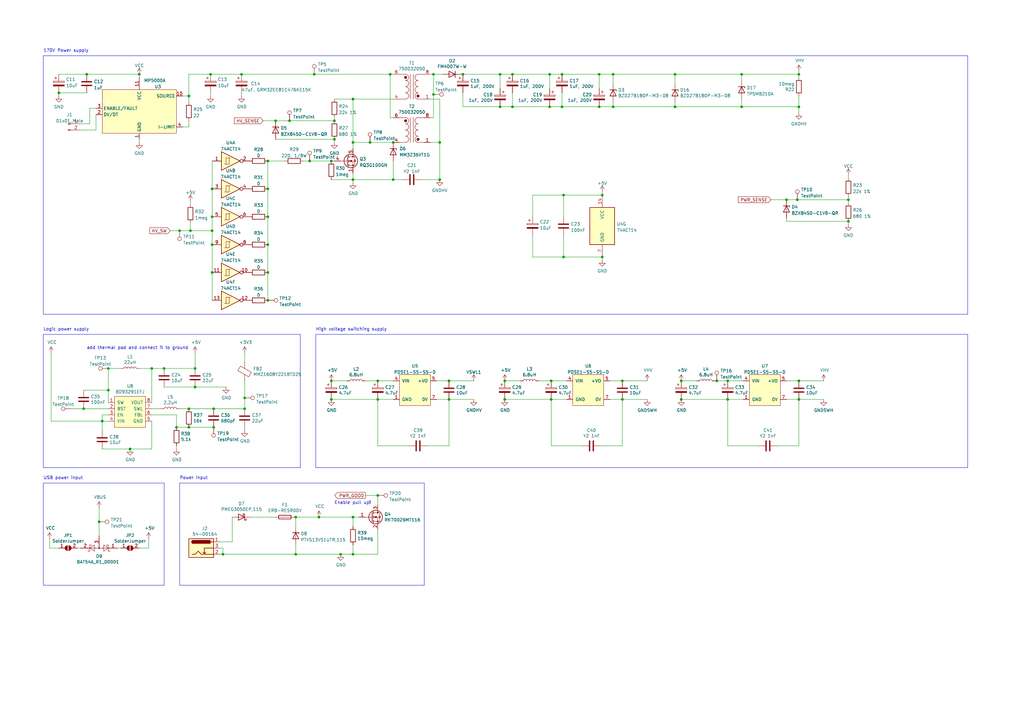
<source format=kicad_sch>
(kicad_sch (version 20230121) (generator eeschema)
  (paper "A3")
  (title_block (title "EL Controller - Power supply") (date "2022-01-22") (rev "1") (company "Light by Christian Baldus"))
  (junction (at 207.01 156.21))
  (junction (at 245.745 30.48))
  (junction (at 100.33 167.64))
  (junction (at 298.45 163.83))
  (junction (at 144.78 212.09))
  (junction (at 72.39 175.26))
  (junction (at 247.015 80.01))
  (junction (at 226.06 163.83))
  (junction (at 230.505 30.48))
  (junction (at 41.91 172.72))
  (junction (at 294.005 156.21))
  (junction (at 34.29 167.64))
  (junction (at 121.285 212.09))
  (junction (at 127 66.04))
  (junction (at 99.06 30.48))
  (junction (at 67.31 151.13))
  (junction (at 24.13 38.1))
  (junction (at 77.47 167.64))
  (junction (at 231.14 105.41))
  (junction (at 144.78 73.66))
  (junction (at 100.33 163.195))
  (junction (at 180.34 73.66))
  (junction (at 91.44 227.33))
  (junction (at 86.995 94.615))
  (junction (at 177.8 30.48))
  (junction (at 298.45 156.21))
  (junction (at 347.98 90.805))
  (junction (at 327.025 81.915))
  (junction (at 78.105 94.615))
  (junction (at 251.46 43.815))
  (junction (at 225.425 43.815))
  (junction (at 161.29 58.42))
  (junction (at 109.855 111.76))
  (junction (at 154.94 203.2))
  (junction (at 109.855 77.47))
  (junction (at 40.64 213.995))
  (junction (at 177.8 38.735))
  (junction (at 87.63 175.26))
  (junction (at 109.855 123.19))
  (junction (at 77.47 39.37))
  (junction (at 137.16 57.15))
  (junction (at 161.29 73.66))
  (junction (at 80.01 151.13))
  (junction (at 327.66 163.83))
  (junction (at 109.855 66.04))
  (junction (at 304.165 43.815))
  (junction (at 225.425 30.48))
  (junction (at 327.66 156.21))
  (junction (at 118.745 49.53))
  (junction (at 304.165 30.48))
  (junction (at 151.765 58.42))
  (junction (at 73.66 94.615))
  (junction (at 86.995 88.9))
  (junction (at 87.63 167.64))
  (junction (at 276.86 43.815))
  (junction (at 184.15 156.21))
  (junction (at 210.185 43.815))
  (junction (at 276.86 30.48))
  (junction (at 44.45 160.02))
  (junction (at 80.01 158.75))
  (junction (at 109.855 88.9))
  (junction (at 251.46 30.48))
  (junction (at 255.27 163.83))
  (junction (at 205.105 30.48))
  (junction (at 210.185 30.48))
  (junction (at 144.78 227.33))
  (junction (at 322.58 81.915))
  (junction (at 86.995 77.47))
  (junction (at 35.56 30.48))
  (junction (at 135.89 163.83))
  (junction (at 86.36 30.48))
  (junction (at 144.78 58.42))
  (junction (at 135.89 156.21))
  (junction (at 247.015 105.41))
  (junction (at 135.89 66.04))
  (junction (at 205.105 43.815))
  (junction (at 226.06 156.21))
  (junction (at 128.905 30.48))
  (junction (at 57.15 30.48))
  (junction (at 144.78 40.64))
  (junction (at 62.23 151.13))
  (junction (at 86.995 100.33))
  (junction (at 189.865 30.48))
  (junction (at 137.16 49.53))
  (junction (at 231.14 80.01))
  (junction (at 245.745 43.815))
  (junction (at 154.94 163.83))
  (junction (at 154.94 156.21))
  (junction (at 327.66 30.48))
  (junction (at 160.02 30.48))
  (junction (at 347.98 81.915))
  (junction (at 279.4 163.83))
  (junction (at 327.66 43.815))
  (junction (at 207.01 163.83))
  (junction (at 44.45 151.13))
  (junction (at 86.995 111.76))
  (junction (at 113.03 49.53))
  (junction (at 109.855 100.33))
  (junction (at 121.285 227.33))
  (junction (at 130.81 212.09))
  (junction (at 184.15 163.83))
  (junction (at 255.27 156.21))
  (junction (at 77.47 175.26))
  (junction (at 279.4 156.21))
  (junction (at 230.505 43.815))
  (junction (at 139.7 227.33))
  (junction (at 53.34 184.15))
  (junction (at 180.34 58.42))
  (wire (pts (xy 121.285 212.09) (xy 121.285 215.9)))
  (wire (pts (xy 41.91 170.18) (xy 41.91 172.72)))
  (wire (pts (xy 304.165 43.815) (xy 327.66 43.815)))
  (wire (pts (xy 109.855 111.76) (xy 109.855 123.19)))
  (wire (pts (xy 231.14 80.01) (xy 231.14 88.9)))
  (wire (pts (xy 184.15 182.88) (xy 184.15 163.83)))
  (wire (pts (xy 72.39 175.26) (xy 77.47 175.26)))
  (wire (pts (xy 120.65 212.09) (xy 121.285 212.09)))
  (wire (pts (xy 231.14 80.01) (xy 247.015 80.01)))
  (wire (pts (xy 255.27 182.88) (xy 255.27 163.83)))
  (wire (pts (xy 78.105 82.55) (xy 78.105 83.82)))
  (wire (pts (xy 144.78 58.42) (xy 151.765 58.42)))
  (wire (pts (xy 304.8 163.83) (xy 298.45 163.83)))
  (wire (pts (xy 67.31 151.13) (xy 62.23 151.13)))
  (wire (pts (xy 135.89 73.66) (xy 144.78 73.66)))
  (wire (pts (xy 109.855 88.9) (xy 109.855 100.33)))
  (wire (pts (xy 77.47 175.26) (xy 87.63 175.26)))
  (wire (pts (xy 44.45 167.64) (xy 34.29 167.64)))
  (polyline (pts (xy 17.78 128.905) (xy 396.875 128.905)))
  (wire (pts (xy 154.94 217.17) (xy 154.94 227.33)))
  (wire (pts (xy 250.19 163.83) (xy 255.27 163.83)))
  (wire (pts (xy 294.005 156.21) (xy 298.45 156.21)))
  (wire (pts (xy 24.13 30.48) (xy 35.56 30.48)))
  (wire (pts (xy 121.285 227.33) (xy 139.7 227.33)))
  (wire (pts (xy 279.4 156.21) (xy 285.75 156.21)))
  (wire (pts (xy 137.16 57.15) (xy 137.16 58.42)))
  (wire (pts (xy 194.31 156.21) (xy 184.15 156.21)))
  (wire (pts (xy 144.78 71.12) (xy 144.78 73.66)))
  (wire (pts (xy 127 66.04) (xy 135.89 66.04)))
  (polyline (pts (xy 17.78 191.77) (xy 123.19 191.77)))
  (wire (pts (xy 218.44 105.41) (xy 231.14 105.41)))
  (wire (pts (xy 225.425 43.815) (xy 230.505 43.815)))
  (wire (pts (xy 327.66 30.48) (xy 327.66 31.75)))
  (wire (pts (xy 29.21 167.64) (xy 34.29 167.64)))
  (wire (pts (xy 20.32 224.79) (xy 24.13 224.79)))
  (wire (pts (xy 73.66 94.615) (xy 78.105 94.615)))
  (wire (pts (xy 210.185 30.48) (xy 225.425 30.48)))
  (wire (pts (xy 35.56 30.48) (xy 57.15 30.48)))
  (wire (pts (xy 100.33 176.53) (xy 100.33 175.26)))
  (wire (pts (xy 176.53 40.64) (xy 180.34 40.64)))
  (wire (pts (xy 128.905 30.48) (xy 160.02 30.48)))
  (wire (pts (xy 99.06 30.48) (xy 128.905 30.48)))
  (wire (pts (xy 327.66 163.83) (xy 337.82 163.83)))
  (wire (pts (xy 49.53 151.13) (xy 44.45 151.13)))
  (wire (pts (xy 220.98 156.21) (xy 226.06 156.21)))
  (wire (pts (xy 176.53 48.26) (xy 177.8 48.26)))
  (wire (pts (xy 226.06 182.88) (xy 226.06 163.83)))
  (wire (pts (xy 100.33 163.195) (xy 100.33 167.64)))
  (polyline (pts (xy 17.78 198.12) (xy 67.31 198.12)))
  (polyline (pts (xy 396.875 22.86) (xy 396.875 128.905)))
  (wire (pts (xy 210.185 38.1) (xy 210.185 43.815)))
  (wire (pts (xy 20.32 220.98) (xy 20.32 224.79)))
  (wire (pts (xy 226.06 156.21) (xy 232.41 156.21)))
  (wire (pts (xy 95.25 212.09) (xy 95.25 222.25)))
  (wire (pts (xy 226.06 163.83) (xy 207.01 163.83)))
  (wire (pts (xy 176.53 58.42) (xy 180.34 58.42)))
  (wire (pts (xy 62.23 170.18) (xy 72.39 170.18)))
  (wire (pts (xy 86.995 88.9) (xy 86.995 94.615)))
  (wire (pts (xy 161.29 48.26) (xy 160.02 48.26)))
  (wire (pts (xy 109.855 100.33) (xy 109.855 111.76)))
  (wire (pts (xy 99.06 38.1) (xy 99.06 39.37)))
  (polyline (pts (xy 396.875 191.77) (xy 396.875 137.16)))
  (wire (pts (xy 86.995 66.04) (xy 86.995 77.47)))
  (wire (pts (xy 91.44 227.33) (xy 90.17 227.33)))
  (wire (pts (xy 77.47 30.48) (xy 77.47 39.37)))
  (wire (pts (xy 167.64 182.88) (xy 154.94 182.88)))
  (wire (pts (xy 144.78 73.66) (xy 144.78 74.93)))
  (wire (pts (xy 293.37 156.21) (xy 294.005 156.21)))
  (wire (pts (xy 137.16 48.26) (xy 137.16 49.53)))
  (wire (pts (xy 265.43 156.21) (xy 255.27 156.21)))
  (wire (pts (xy 72.39 170.18) (xy 72.39 175.26)))
  (polyline (pts (xy 17.78 137.16) (xy 17.78 191.77)))
  (wire (pts (xy 95.25 222.25) (xy 90.17 222.25)))
  (wire (pts (xy 327.66 43.815) (xy 327.66 46.355)))
  (wire (pts (xy 36.83 44.45) (xy 39.37 44.45)))
  (wire (pts (xy 121.285 223.52) (xy 121.285 227.33)))
  (wire (pts (xy 322.58 163.83) (xy 327.66 163.83)))
  (wire (pts (xy 298.45 182.88) (xy 298.45 163.83)))
  (wire (pts (xy 247.015 78.74) (xy 247.015 80.01)))
  (wire (pts (xy 80.01 158.75) (xy 67.31 158.75)))
  (wire (pts (xy 247.015 105.41) (xy 231.14 105.41)))
  (wire (pts (xy 135.89 66.04) (xy 137.16 66.04)))
  (wire (pts (xy 86.995 100.33) (xy 86.995 111.76)))
  (wire (pts (xy 87.63 167.64) (xy 100.33 167.64)))
  (wire (pts (xy 48.26 224.79) (xy 49.53 224.79)))
  (wire (pts (xy 322.58 90.805) (xy 322.58 89.535)))
  (wire (pts (xy 20.955 144.78) (xy 20.955 172.72)))
  (wire (pts (xy 347.98 90.805) (xy 347.98 92.075)))
  (wire (pts (xy 77.47 30.48) (xy 86.36 30.48)))
  (wire (pts (xy 230.505 30.48) (xy 245.745 30.48)))
  (wire (pts (xy 144.78 227.33) (xy 154.94 227.33)))
  (wire (pts (xy 91.44 224.79) (xy 91.44 227.33)))
  (wire (pts (xy 57.15 30.48) (xy 57.15 31.75)))
  (wire (pts (xy 118.745 49.53) (xy 137.16 49.53)))
  (wire (pts (xy 41.91 172.72) (xy 41.91 176.53)))
  (wire (pts (xy 218.44 80.01) (xy 231.14 80.01)))
  (wire (pts (xy 41.91 172.72) (xy 44.45 172.72)))
  (wire (pts (xy 225.425 30.48) (xy 230.505 30.48)))
  (wire (pts (xy 176.53 30.48) (xy 177.8 30.48)))
  (wire (pts (xy 311.15 182.88) (xy 298.45 182.88)))
  (wire (pts (xy 24.13 39.37) (xy 24.13 38.1)))
  (wire (pts (xy 44.45 151.13) (xy 44.45 160.02)))
  (wire (pts (xy 109.855 77.47) (xy 109.855 88.9)))
  (wire (pts (xy 147.32 212.09) (xy 144.78 212.09)))
  (wire (pts (xy 189.865 38.1) (xy 189.865 43.815)))
  (wire (pts (xy 62.23 167.64) (xy 66.04 167.64)))
  (wire (pts (xy 62.23 184.15) (xy 62.23 172.72)))
  (wire (pts (xy 40.64 213.995) (xy 40.64 219.71)))
  (wire (pts (xy 189.23 30.48) (xy 189.865 30.48)))
  (wire (pts (xy 207.01 156.21) (xy 213.36 156.21)))
  (wire (pts (xy 113.03 57.15) (xy 137.16 57.15)))
  (wire (pts (xy 24.13 38.1) (xy 35.56 38.1)))
  (wire (pts (xy 327.66 29.21) (xy 327.66 30.48)))
  (wire (pts (xy 161.29 73.66) (xy 144.78 73.66)))
  (wire (pts (xy 251.46 43.815) (xy 276.86 43.815)))
  (wire (pts (xy 113.03 49.53) (xy 118.745 49.53)))
  (wire (pts (xy 80.01 151.13) (xy 67.31 151.13)))
  (polyline (pts (xy 73.66 240.03) (xy 173.99 240.03)))
  (wire (pts (xy 149.86 156.21) (xy 154.94 156.21)))
  (wire (pts (xy 347.98 81.915) (xy 347.98 83.185)))
  (wire (pts (xy 139.7 227.33) (xy 144.78 227.33)))
  (wire (pts (xy 77.47 52.07) (xy 74.93 52.07)))
  (wire (pts (xy 161.29 30.48) (xy 160.02 30.48)))
  (wire (pts (xy 91.44 227.33) (xy 121.285 227.33)))
  (wire (pts (xy 322.58 156.21) (xy 327.66 156.21)))
  (wire (pts (xy 276.86 30.48) (xy 304.165 30.48)))
  (wire (pts (xy 304.165 33.02) (xy 304.165 30.48)))
  (wire (pts (xy 179.07 163.83) (xy 184.15 163.83)))
  (wire (pts (xy 100.33 144.78) (xy 100.33 148.59)))
  (polyline (pts (xy 396.875 137.16) (xy 129.54 137.16)))
  (polyline (pts (xy 17.78 128.905) (xy 17.78 22.86)))
  (wire (pts (xy 231.14 105.41) (xy 231.14 96.52)))
  (polyline (pts (xy 129.54 191.77) (xy 396.875 191.77)))
  (wire (pts (xy 327.66 39.37) (xy 327.66 43.815)))
  (wire (pts (xy 144.78 223.52) (xy 144.78 227.33)))
  (wire (pts (xy 86.995 77.47) (xy 86.995 88.9)))
  (wire (pts (xy 77.47 167.64) (xy 87.63 167.64)))
  (wire (pts (xy 154.94 156.21) (xy 161.29 156.21)))
  (wire (pts (xy 230.505 38.1) (xy 230.505 43.815)))
  (wire (pts (xy 86.995 94.615) (xy 78.105 94.615)))
  (wire (pts (xy 322.58 81.915) (xy 327.025 81.915)))
  (wire (pts (xy 161.29 66.04) (xy 161.29 73.66)))
  (wire (pts (xy 246.38 182.88) (xy 255.27 182.88)))
  (wire (pts (xy 189.865 30.48) (xy 205.105 30.48)))
  (polyline (pts (xy 129.54 137.16) (xy 129.54 191.77)))
  (wire (pts (xy 245.745 30.48) (xy 245.745 36.195)))
  (wire (pts (xy 73.66 167.64) (xy 77.47 167.64)))
  (wire (pts (xy 121.285 212.09) (xy 130.81 212.09)))
  (wire (pts (xy 86.36 38.1) (xy 86.36 39.37)))
  (wire (pts (xy 100.33 156.21) (xy 100.33 163.195)))
  (wire (pts (xy 90.17 224.79) (xy 91.44 224.79)))
  (wire (pts (xy 298.45 156.21) (xy 304.8 156.21)))
  (wire (pts (xy 304.165 30.48) (xy 327.66 30.48)))
  (polyline (pts (xy 17.78 198.12) (xy 17.78 240.03)))
  (polyline (pts (xy 17.78 22.86) (xy 396.875 22.86)))
  (wire (pts (xy 86.36 30.48) (xy 99.06 30.48)))
  (wire (pts (xy 175.26 182.88) (xy 184.15 182.88)))
  (wire (pts (xy 255.27 163.83) (xy 265.43 163.83)))
  (wire (pts (xy 39.37 46.99) (xy 39.37 53.34)))
  (wire (pts (xy 137.16 40.64) (xy 144.78 40.64)))
  (wire (pts (xy 130.81 212.09) (xy 144.78 212.09)))
  (wire (pts (xy 57.15 151.13) (xy 62.23 151.13)))
  (wire (pts (xy 57.15 224.79) (xy 60.96 224.79)))
  (polyline (pts (xy 17.78 240.03) (xy 67.31 240.03)))
  (wire (pts (xy 113.03 212.09) (xy 102.87 212.09)))
  (wire (pts (xy 72.39 184.15) (xy 72.39 182.88)))
  (wire (pts (xy 247.015 105.41) (xy 247.015 106.68)))
  (polyline (pts (xy 173.99 240.03) (xy 173.99 198.12)))
  (wire (pts (xy 337.82 156.21) (xy 327.66 156.21)))
  (wire (pts (xy 41.91 184.15) (xy 53.34 184.15)))
  (wire (pts (xy 151.765 58.42) (xy 161.29 58.42)))
  (wire (pts (xy 144.78 40.64) (xy 144.78 58.42)))
  (wire (pts (xy 31.75 224.79) (xy 33.02 224.79)))
  (wire (pts (xy 180.34 40.64) (xy 180.34 58.42)))
  (wire (pts (xy 44.45 170.18) (xy 41.91 170.18)))
  (polyline (pts (xy 73.66 198.12) (xy 173.99 198.12)))
  (wire (pts (xy 276.86 43.815) (xy 304.165 43.815)))
  (wire (pts (xy 57.15 57.15) (xy 57.15 58.42)))
  (wire (pts (xy 144.78 40.64) (xy 161.29 40.64)))
  (wire (pts (xy 184.15 163.83) (xy 194.31 163.83)))
  (wire (pts (xy 177.8 30.48) (xy 181.61 30.48)))
  (wire (pts (xy 154.94 163.83) (xy 135.89 163.83)))
  (wire (pts (xy 180.34 58.42) (xy 180.34 73.66)))
  (wire (pts (xy 327.66 182.88) (xy 327.66 163.83)))
  (wire (pts (xy 33.02 50.8) (xy 36.83 50.8)))
  (wire (pts (xy 77.47 49.53) (xy 77.47 52.07)))
  (wire (pts (xy 298.45 163.83) (xy 279.4 163.83)))
  (wire (pts (xy 218.44 88.9) (xy 218.44 80.01)))
  (wire (pts (xy 69.85 94.615) (xy 73.66 94.615)))
  (wire (pts (xy 245.745 30.48) (xy 251.46 30.48)))
  (wire (pts (xy 225.425 30.48) (xy 225.425 36.195)))
  (wire (pts (xy 245.745 43.815) (xy 251.46 43.815)))
  (wire (pts (xy 238.76 182.88) (xy 226.06 182.88)))
  (polyline (pts (xy 73.66 198.12) (xy 73.66 240.03)))
  (wire (pts (xy 36.83 50.8) (xy 36.83 44.45)))
  (wire (pts (xy 205.105 43.815) (xy 189.865 43.815)))
  (wire (pts (xy 78.105 94.615) (xy 78.105 91.44)))
  (wire (pts (xy 161.29 73.66) (xy 165.1 73.66)))
  (wire (pts (xy 161.29 163.83) (xy 154.94 163.83)))
  (wire (pts (xy 205.105 30.48) (xy 205.105 36.195)))
  (polyline (pts (xy 67.31 198.12) (xy 67.31 240.03)))
  (wire (pts (xy 60.96 224.79) (xy 60.96 220.98)))
  (polyline (pts (xy 123.19 137.16) (xy 123.19 191.77)))
  (wire (pts (xy 251.46 41.91) (xy 251.46 43.815)))
  (wire (pts (xy 251.46 30.48) (xy 251.46 34.29)))
  (wire (pts (xy 347.98 71.755) (xy 347.98 73.025)))
  (wire (pts (xy 327.025 81.915) (xy 347.98 81.915)))
  (wire (pts (xy 160.02 30.48) (xy 160.02 48.26)))
  (wire (pts (xy 154.94 203.2) (xy 154.94 207.01)))
  (wire (pts (xy 245.745 43.815) (xy 230.505 43.815)))
  (wire (pts (xy 232.41 163.83) (xy 226.06 163.83)))
  (polyline (pts (xy 17.78 137.16) (xy 123.19 137.16)))
  (wire (pts (xy 39.37 53.34) (xy 33.02 53.34)))
  (wire (pts (xy 316.23 81.915) (xy 322.58 81.915)))
  (wire (pts (xy 205.105 30.48) (xy 210.185 30.48)))
  (wire (pts (xy 109.855 66.04) (xy 116.84 66.04)))
  (wire (pts (xy 172.72 73.66) (xy 180.34 73.66)))
  (wire (pts (xy 304.165 43.815) (xy 304.165 40.64)))
  (wire (pts (xy 250.19 156.21) (xy 255.27 156.21)))
  (wire (pts (xy 177.8 30.48) (xy 177.8 38.735)))
  (wire (pts (xy 144.78 58.42) (xy 144.78 60.96)))
  (wire (pts (xy 179.07 156.21) (xy 184.15 156.21)))
  (wire (pts (xy 318.77 182.88) (xy 327.66 182.88)))
  (wire (pts (xy 62.23 165.1) (xy 62.23 151.13)))
  (wire (pts (xy 44.45 165.1) (xy 44.45 160.02)))
  (wire (pts (xy 154.94 182.88) (xy 154.94 163.83)))
  (wire (pts (xy 347.98 90.805) (xy 322.58 90.805)))
  (wire (pts (xy 251.46 30.48) (xy 276.86 30.48)))
  (wire (pts (xy 40.64 208.28) (xy 40.64 213.995)))
  (wire (pts (xy 86.995 111.76) (xy 86.995 123.19)))
  (wire (pts (xy 80.01 144.78) (xy 80.01 151.13)))
  (wire (pts (xy 347.98 80.645) (xy 347.98 81.915)))
  (wire (pts (xy 92.71 158.75) (xy 80.01 158.75)))
  (wire (pts (xy 205.105 43.815) (xy 210.185 43.815)))
  (wire (pts (xy 276.86 43.815) (xy 276.86 41.91)))
  (wire (pts (xy 177.8 38.735) (xy 177.8 48.26)))
  (wire (pts (xy 124.46 66.04) (xy 127 66.04)))
  (wire (pts (xy 74.93 39.37) (xy 77.47 39.37)))
  (wire (pts (xy 77.47 39.37) (xy 77.47 41.91)))
  (wire (pts (xy 44.45 160.02) (xy 34.29 160.02)))
  (wire (pts (xy 20.955 172.72) (xy 41.91 172.72)))
  (wire (pts (xy 276.86 34.29) (xy 276.86 30.48)))
  (wire (pts (xy 225.425 43.815) (xy 210.185 43.815)))
  (wire (pts (xy 53.34 184.15) (xy 62.23 184.15)))
  (wire (pts (xy 86.995 94.615) (xy 86.995 100.33)))
  (wire (pts (xy 218.44 96.52) (xy 218.44 105.41)))
  (wire (pts (xy 149.86 203.2) (xy 154.94 203.2)))
  (wire (pts (xy 135.89 156.21) (xy 142.24 156.21)))
  (wire (pts (xy 144.78 215.9) (xy 144.78 212.09)))
  (wire (pts (xy 109.855 66.04) (xy 109.855 77.47)))
  (wire (pts (xy 107.95 49.53) (xy 113.03 49.53)))
  (text "High voltage switching supply" (at 129.54 135.89 0) (effects (font (size 1.27 1.27)) (justify left bottom)))
  (text "USB power input" (at 17.78 196.85 0) (effects (font (size 1.27 1.27)) (justify left bottom)))
  (text "Enable pull up!" (at 137.16 207.01 0) (effects (font (size 1.27 1.27)) (justify left bottom)))
  (text "Logic power supply" (at 17.78 135.89 0) (effects (font (size 1.27 1.27)) (justify left bottom)))
  (text "add thermal pad and connect it to ground" (at 35.56 143.51 0) (effects (font (size 1.27 1.27)) (justify left bottom)))
  (text "170V Power supply" (at 17.78 21.59 0) (effects (font (size 1.27 1.27)) (justify left bottom)))
  (text "Power input" (at 73.66 196.85 0) (effects (font (size 1.27 1.27)) (justify left bottom)))
  (global_label "HV_SENSE" (shape input) (at 107.95 49.53 180) (property "Intersheetrefs" "${INTERSHEET_REFS}" (effects hide)))
  (global_label "PWR_GOOD" (shape output) (at 149.86 203.2 180) (property "Intersheetrefs" "${INTERSHEET_REFS}" (effects hide)))
  (global_label "PWR_SENSE" (shape input) (at 316.23 81.915 180) (property "Intersheetrefs" "${INTERSHEET_REFS}" (effects hide)))
  (global_label "HV_SW" (shape input) (at 69.85 94.615 180) (property "Intersheetrefs" "${INTERSHEET_REFS}" (effects hide)))
  (symbol (lib_id "Device:C") (at 184.15 160.02 0) (unit 1)
    (property "Reference" "C28" (at 187.071 158.8516 0) (effects (justify left)))
    (property "Value" "10uF" (at 187.071 161.163 0) (effects (justify left)))
    (property "Footprint" "Capacitor_SMD:C_0805_2012Metric" (effects hide))
  )
  (symbol (lib_id "Device:L") (at 146.05 156.21 90) (unit 1)
    (property "Reference" "L2" (at 146.05 151.384 90))
    (property "Value" "6.8uH" (at 146.05 153.6954 90))
    (property "Footprint" "Inductor_SMD:L_1210_3225Metric" (effects hide))
  )
  (symbol (lib_id "Device:C") (at 171.45 182.88 270) (unit 1)
    (property "Reference" "C39" (at 171.45 176.4792 90))
    (property "Value" "Y2 1nF" (at 171.45 178.7906 90))
    (property "Footprint" "Capacitor_THT:C_Disc_D7.5mm_W5.0mm_P10.00mm" (effects hide))
  )
  (symbol (lib_id "Device:C_Polarized") (at 135.89 160.02 0) (unit 1)
    (property "Reference" "C26" (at 138.8872 158.8516 0) (effects (justify left)))
    (property "Value" "4.7uF" (at 138.8872 161.163 0) (effects (justify left)))
    (property "Footprint" "Capacitor_SMD:C_0805_2012Metric" (effects hide))
  )
  (symbol (lib_id "Device:C_Polarized") (at 154.94 160.02 0) (unit 1)
    (property "Reference" "C27" (at 157.9372 158.8516 0) (effects (justify left)))
    (property "Value" "4.7uF" (at 157.9372 161.163 0) (effects (justify left)))
    (property "Footprint" "Capacitor_SMD:C_0805_2012Metric" (effects hide))
  )
  (symbol (lib_id "power:GND") (at 135.89 163.83 0) (unit 1)
    (property "Reference" "#PWR047" (effects hide))
    (property "Value" "GND" (at 136.017 168.2242 0))
  )
  (symbol (lib_id "power:+5V") (at 135.89 156.21 0) (unit 1)
    (property "Reference" "#PWR040" (effects hide))
    (property "Value" "+5V" (at 136.271 151.8158 0))
  )
  (symbol (lib_id "el_components:GNDHV") (at 194.31 163.83 0) (unit 1)
    (property "Reference" "#PWR048" (effects hide))
    (property "Value" "GNDHV" (at 194.437 168.2242 0))
  )
  (symbol (lib_id "Device:C") (at 255.27 160.02 0) (unit 1)
    (property "Reference" "C31" (at 258.191 158.8516 0) (effects (justify left)))
    (property "Value" "10uF" (at 258.191 161.163 0) (effects (justify left)))
    (property "Footprint" "Capacitor_SMD:C_0805_2012Metric" (effects hide))
  )
  (symbol (lib_id "Device:L") (at 217.17 156.21 90) (unit 1)
    (property "Reference" "L3" (at 217.17 151.384 90))
    (property "Value" "6.8uH" (at 217.17 153.6954 90))
    (property "Footprint" "Inductor_SMD:L_1210_3225Metric" (effects hide))
  )
  (symbol (lib_id "Device:C") (at 242.57 182.88 270) (unit 1)
    (property "Reference" "C40" (at 242.57 176.4792 90))
    (property "Value" "Y2 1nF" (at 242.57 178.7906 90))
    (property "Footprint" "Capacitor_THT:C_Disc_D7.5mm_W5.0mm_P10.00mm" (effects hide))
  )
  (symbol (lib_id "Device:C_Polarized") (at 207.01 160.02 0) (unit 1)
    (property "Reference" "C29" (at 210.0072 158.8516 0) (effects (justify left)))
    (property "Value" "4.7uF" (at 210.0072 161.163 0) (effects (justify left)))
    (property "Footprint" "Capacitor_SMD:C_0805_2012Metric" (effects hide))
  )
  (symbol (lib_id "Device:C_Polarized") (at 226.06 160.02 0) (unit 1)
    (property "Reference" "C30" (at 229.0572 158.8516 0) (effects (justify left)))
    (property "Value" "4.7uF" (at 229.0572 161.163 0) (effects (justify left)))
    (property "Footprint" "Capacitor_SMD:C_0805_2012Metric" (effects hide))
  )
  (symbol (lib_id "power:GND") (at 207.01 163.83 0) (unit 1)
    (property "Reference" "#PWR049" (effects hide))
    (property "Value" "GND" (at 207.137 168.2242 0))
  )
  (symbol (lib_id "power:+5V") (at 207.01 156.21 0) (unit 1)
    (property "Reference" "#PWR042" (effects hide))
    (property "Value" "+5V" (at 207.391 151.8158 0))
  )
  (symbol (lib_id "el_components:VHV") (at 265.43 156.21 0) (unit 1)
    (property "Reference" "#PWR043" (effects hide))
    (property "Value" "VHV" (at 265.811 151.8158 0))
  )
  (symbol (lib_name "750032050_1") (lib_id "el_components:750032050") (at 168.91 53.34 0) (unit 1)
    (property "Reference" "T2" (at 168.91 43.6626 0))
    (property "Value" "750032050" (at 168.91 45.974 0))
    (property "Footprint" "EL-footprints:Transformer_Wuerth_750032050" (effects hide))
  )
  (symbol (lib_id "Device:C_Polarized") (at 99.06 34.29 0) (unit 1)
    (property "Reference" "C14" (at 102.87 34.29 0) (effects (justify left)))
    (property "Value" "47uF, GRM32EC81C476KE15K" (at 99.06 36.83 0) (effects (justify left)))
    (property "Footprint" "Capacitor_SMD:C_1210_3225Metric" (effects hide))
  )
  (symbol (lib_id "power:GND") (at 144.78 74.93 0) (unit 1)
    (property "Reference" "#PWR033" (effects hide))
    (property "Value" "GND" (at 144.907 79.3242 0))
  )
  (symbol (lib_id "power:GND") (at 99.06 39.37 0) (unit 1)
    (property "Reference" "#PWR027" (effects hide))
    (property "Value" "GND" (at 99.187 43.7642 0))
  )
  (symbol (lib_id "Device:D_Zener") (at 161.29 62.23 270) (unit 1)
    (property "Reference" "D6" (at 163.83 60.96 90) (effects (justify left)))
    (property "Value" "MM3Z36VT1G" (at 163.83 63.5 90) (effects (justify left)))
    (property "Footprint" "EL-footprints:D_SOD-323" (effects hide))
  )
  (symbol (lib_id "Device:D") (at 185.42 30.48 180) (unit 1)
    (property "Reference" "D2" (at 185.42 24.9682 0))
    (property "Value" "FM4007W-W" (at 185.42 27.2796 0))
    (property "Footprint" "EL-footprints:D_SMX" (effects hide))
    (property "Datasheet" "https://www.mouser.de/datasheet/2/345/fm4001w_fm4007w-1396243.pdf" (effects hide))
  )
  (symbol (lib_id "Device:C_Polarized") (at 189.865 34.29 0) (unit 1)
    (property "Reference" "C15" (at 192.8622 33.1216 0) (effects (justify left)))
    (property "Value" "1uF, 200V" (at 192.8622 35.433 0) (effects (justify left)))
    (property "Footprint" "Capacitor_SMD:C_1812_4532Metric" (effects hide))
  )
  (symbol (lib_id "Device:D_Zener") (at 251.46 38.1 270) (unit 1)
    (property "Reference" "D3" (at 253.492 36.9316 90) (effects (justify left)))
    (property "Value" "BZD27B180P-M3-08" (at 253.492 39.243 90) (effects (justify left)))
    (property "Footprint" "EL-footprints:D_SMF_Reverse" (effects hide))
    (property "Datasheet" "https://www.mouser.de/datasheet/2/427/VISH_S_A0008998136_1-2570582.pdf" (effects hide))
  )
  (symbol (lib_id "Device:R") (at 327.66 35.56 180) (unit 1)
    (property "Reference" "R22" (at 325.882 36.7284 0) (effects (justify left)))
    (property "Value" "10meg" (at 325.882 34.417 0) (effects (justify left)))
    (property "Footprint" "Resistor_SMD:R_1206_3216Metric" (effects hide))
  )
  (symbol (lib_id "el_components:750032050") (at 168.91 35.56 0) (unit 1)
    (property "Reference" "T1" (at 168.91 25.8826 0))
    (property "Value" "750032050" (at 168.91 28.194 0))
    (property "Footprint" "EL-footprints:Transformer_Wuerth_750032050" (effects hide))
  )
  (symbol (lib_id "el_components:VHV") (at 327.66 29.21 0) (unit 1)
    (property "Reference" "#PWR022" (effects hide))
    (property "Value" "VHV" (at 328.041 24.8158 0))
  )
  (symbol (lib_id "Device:Fuse") (at 116.84 212.09 270) (unit 1)
    (property "Reference" "F1" (at 116.84 207.0862 90))
    (property "Value" "ERB-RE5R00V" (at 116.84 209.3976 90))
    (property "Footprint" "Fuse:Fuse_0603_1608Metric" (effects hide))
    (property "Datasheet" "https://www.mouser.de/datasheet/2/315/AFA0000C7-1025982.pdf" (effects hide))
  )
  (symbol (lib_id "Device:FerriteBead") (at 100.33 152.4 0) (unit 1)
    (property "Reference" "FB2" (at 103.8098 151.2316 0) (effects (justify left)))
    (property "Value" "MMZ1608Y221BTD25 " (at 103.8098 153.543 0) (effects (justify left)))
    (property "Footprint" "Inductor_SMD:L_0603_1608Metric" (effects hide))
  )
  (symbol (lib_id "Diode:BAT54AW") (at 40.64 224.79 180) (unit 1)
    (property "Reference" "D9" (at 40.64 228.1682 0))
    (property "Value" "BAT54A_R1_00001 " (at 40.64 230.4796 0))
    (property "Footprint" "Package_TO_SOT_SMD:SOT-23" (effects hide))
    (property "Datasheet" "https://www.mouser.de/datasheet/2/1057/BAT54_SERIES-1869048.pdf" (effects hide))
  )
  (symbol (lib_id "Jumper:SolderJumper_2_Open") (at 27.94 224.79 0) (unit 1)
    (property "Reference" "JP1" (at 27.94 219.583 0))
    (property "Value" "SolderJumper" (at 27.94 221.8944 0))
    (property "Footprint" "Jumper:SolderJumper-2_P1.3mm_Open_RoundedPad1.0x1.5mm" (effects hide))
  )
  (symbol (lib_id "Device:D_Schottky") (at 99.06 212.09 180) (unit 1)
    (property "Reference" "D7" (at 99.06 206.5782 0))
    (property "Value" "PMEG3050EP,115" (at 99.06 208.8896 0))
    (property "Footprint" "EL-footprints:D_SOD-128" (effects hide))
  )
  (symbol (lib_id "Device:Q_NMOS_GSD") (at 152.4 212.09 0) (unit 1)
    (property "Reference" "Q4" (at 157.607 210.9216 0) (effects (justify left)))
    (property "Value" "RK7002BMT116" (at 157.607 213.233 0) (effects (justify left)))
    (property "Footprint" "Package_TO_SOT_SMD:SOT-23" (effects hide))
  )
  (symbol (lib_id "Device:R") (at 144.78 219.71 0) (unit 1)
    (property "Reference" "R39" (at 146.558 218.5416 0) (effects (justify left)))
    (property "Value" "10meg" (at 146.558 220.853 0) (effects (justify left)))
    (property "Footprint" "Resistor_SMD:R_0603_1608Metric" (effects hide))
  )
  (symbol (lib_id "power:VBUS") (at 40.64 208.28 0) (unit 1)
    (property "Reference" "#PWR057" (effects hide))
    (property "Value" "VBUS" (at 41.021 203.8858 0))
  )
  (symbol (lib_id "Connector:Barrel_Jack_Switch") (at 82.55 224.79 0) (unit 1)
    (property "Reference" "J2" (at 83.9978 216.7382 0))
    (property "Value" "54-00164" (at 83.9978 219.0496 0))
    (property "Footprint" "EL-footprints:BarrelJack_Tensility_54-00164_SMT_Horizontal" (effects hide))
  )
  (symbol (lib_id "power:VCC") (at 130.81 212.09 0) (unit 1)
    (property "Reference" "#PWR056" (effects hide))
    (property "Value" "VCC" (at 131.191 207.6958 0))
  )
  (symbol (lib_id "power:GND") (at 139.7 227.33 0) (unit 1)
    (property "Reference" "#PWR060" (effects hide))
    (property "Value" "GND" (at 139.827 231.7242 0))
  )
  (symbol (lib_id "power:+5V") (at 60.96 220.98 0) (unit 1)
    (property "Reference" "#PWR059" (effects hide))
    (property "Value" "+5V" (at 61.341 216.5858 0))
  )
  (symbol (lib_id "power:VCC") (at 20.32 220.98 0) (unit 1)
    (property "Reference" "#PWR058" (effects hide))
    (property "Value" "VCC" (at 20.701 216.5858 0))
  )
  (symbol (lib_id "el_components:BD93291EFJ") (at 53.34 168.91 0) (unit 1)
    (property "Reference" "U8" (at 53.34 158.369 0))
    (property "Value" "BD93291EFJ" (at 53.34 160.6804 0))
    (property "Footprint" "EL-footprints:HTSOP-J8-1EP_6x4.9mm_P1.27mm_EP4.9x3.2mm_ThermalVias" (effects hide))
    (property "Datasheet" "https://www.mouser.de/datasheet/2/348/bd93291efj-e-1874257.pdf" (effects hide))
  )
  (symbol (lib_id "power:VCC") (at 20.955 144.78 0) (unit 1)
    (property "Reference" "#PWR037" (effects hide))
    (property "Value" "VCC" (at 21.336 140.3858 0))
  )
  (symbol (lib_id "Device:C") (at 41.91 180.34 0) (unit 1)
    (property "Reference" "C38" (at 44.831 179.1716 0) (effects (justify left)))
    (property "Value" "10uF" (at 44.831 181.483 0) (effects (justify left)))
    (property "Footprint" "Capacitor_SMD:C_0805_2012Metric" (effects hide))
  )
  (symbol (lib_id "power:GND") (at 53.34 184.15 0) (unit 1)
    (property "Reference" "#PWR054" (effects hide))
    (property "Value" "GND" (at 53.467 188.5442 0))
  )
  (symbol (lib_id "Device:L") (at 53.34 151.13 90) (unit 1)
    (property "Reference" "L1" (at 53.34 146.304 90))
    (property "Value" "22uH" (at 53.34 148.6154 90))
    (property "Footprint" "Inductor_SMD:L_12x12mm_H6mm" (effects hide))
  )
  (symbol (lib_id "Device:C") (at 80.01 154.94 0) (unit 1)
    (property "Reference" "C25" (at 82.931 153.7716 0) (effects (justify left)))
    (property "Value" "22uF" (at 82.931 156.083 0) (effects (justify left)))
    (property "Footprint" "Capacitor_SMD:C_0805_2012Metric" (effects hide))
  )
  (symbol (lib_id "Device:C") (at 67.31 154.94 0) (unit 1)
    (property "Reference" "C24" (at 70.231 153.7716 0) (effects (justify left)))
    (property "Value" "10uF" (at 70.231 156.083 0) (effects (justify left)))
    (property "Footprint" "Capacitor_SMD:C_0805_2012Metric" (effects hide))
  )
  (symbol (lib_id "Device:C") (at 34.29 163.83 0) (unit 1)
    (property "Reference" "C35" (at 37.211 162.6616 0) (effects (justify left)))
    (property "Value" "100nF" (at 37.211 164.973 0) (effects (justify left)))
    (property "Footprint" "Capacitor_SMD:C_0603_1608Metric" (effects hide))
  )
  (symbol (lib_id "power:GND") (at 92.71 158.75 0) (unit 1)
    (property "Reference" "#PWR046" (effects hide))
    (property "Value" "GND" (at 92.837 163.1442 0))
  )
  (symbol (lib_id "Device:L") (at 69.85 167.64 90) (unit 1)
    (property "Reference" "L5" (at 69.85 162.814 90))
    (property "Value" "2.2uH" (at 69.85 165.1254 90))
    (property "Footprint" "EL-footprints:L_0806_2016Metric" (effects hide))
  )
  (symbol (lib_id "Device:C") (at 100.33 171.45 0) (unit 1)
    (property "Reference" "C37" (at 103.251 170.2816 0) (effects (justify left)))
    (property "Value" "22uF" (at 103.251 172.593 0) (effects (justify left)))
    (property "Footprint" "Capacitor_SMD:C_0805_2012Metric" (effects hide))
  )
  (symbol (lib_id "Device:C") (at 87.63 171.45 0) (unit 1)
    (property "Reference" "C36" (at 90.551 170.2816 0) (effects (justify left)))
    (property "Value" "680pF" (at 90.551 172.593 0) (effects (justify left)))
    (property "Footprint" "Capacitor_SMD:C_0603_1608Metric" (effects hide))
  )
  (symbol (lib_id "Device:R") (at 77.47 171.45 0) (unit 1)
    (property "Reference" "R37" (at 79.248 170.2816 0) (effects (justify left)))
    (property "Value" "16k" (at 79.248 172.593 0) (effects (justify left)))
    (property "Footprint" "Resistor_SMD:R_0603_1608Metric" (effects hide))
  )
  (symbol (lib_id "Device:R") (at 72.39 179.07 0) (unit 1)
    (property "Reference" "R38" (at 74.168 177.9016 0) (effects (justify left)))
    (property "Value" "5.1k" (at 74.168 180.213 0) (effects (justify left)))
    (property "Footprint" "Resistor_SMD:R_0603_1608Metric" (effects hide))
  )
  (symbol (lib_id "power:GND") (at 100.33 176.53 0) (unit 1)
    (property "Reference" "#PWR053" (effects hide))
    (property "Value" "GND" (at 100.457 180.9242 0))
  )
  (symbol (lib_id "power:GND") (at 72.39 184.15 0) (unit 1)
    (property "Reference" "#PWR055" (effects hide))
    (property "Value" "GND" (at 72.517 188.5442 0))
  )
  (symbol (lib_id "power:+5V") (at 80.01 144.78 0) (unit 1)
    (property "Reference" "#PWR038" (effects hide))
    (property "Value" "+5V" (at 80.391 140.3858 0))
  )
  (symbol (lib_id "power:+3V3") (at 100.33 144.78 0) (unit 1)
    (property "Reference" "#PWR039" (effects hide))
    (property "Value" "+3V3" (at 100.711 140.3858 0))
  )
  (symbol (lib_id "el_components:GNDSWH") (at 265.43 163.83 0) (unit 1)
    (property "Reference" "#PWR050" (effects hide))
    (property "Value" "GNDSWH" (at 265.43 168.2734 0))
  )
  (symbol (lib_id "Device:D_Zener") (at 121.285 219.71 270) (unit 1)
    (property "Reference" "D8" (at 123.317 218.8753 90) (effects (justify left)))
    (property "Value" "PTVS13VS1UTR,115" (at 123.317 221.4122 90) (effects (justify left)))
    (property "Footprint" "EL-footprints:D_SOD-123W" (effects hide))
  )
  (symbol (lib_id "Device:R") (at 106.045 100.33 90) (unit 1)
    (property "Reference" "R34" (at 106.045 95.6142 90))
    (property "Value" "0" (at 106.045 98.1511 90))
    (property "Footprint" "Resistor_SMD:R_0603_1608Metric" (effects hide))
  )
  (symbol (lib_id "el_components:PDSE1-S5-S5-D") (at 313.69 161.29 0) (unit 1)
    (property "Reference" "U7" (at 313.69 150.0972 0))
    (property "Value" "PDSE1-S5-S5-D" (at 313.69 152.6341 0))
    (property "Footprint" "EL-footprints:DIP-8_W7.62mm_S5-S5-D" (effects hide))
    (property "Datasheet" "https://www.mouser.de/datasheet/2/670/pdse1_d-1774645.pdf" (effects hide))
  )
  (symbol (lib_id "power:+5V") (at 78.105 82.55 0) (unit 1)
    (property "Reference" "#PWR035" (effects hide))
    (property "Value" "+5V" (at 78.105 78.9742 0))
  )
  (symbol (lib_id "Device:C") (at 327.66 160.02 0) (unit 1)
    (property "Reference" "C34" (at 330.581 158.8516 0) (effects (justify left)))
    (property "Value" "10uF" (at 330.581 161.163 0) (effects (justify left)))
    (property "Footprint" "Capacitor_SMD:C_0805_2012Metric" (effects hide))
  )
  (symbol (lib_id "el_components:BZX8450-C1V8-QR") (at 113.03 53.34 270) (unit 1)
    (property "Reference" "D5" (at 115.062 52.5053 90) (effects (justify left)))
    (property "Value" "BZX8450-C1V8-QR" (at 115.062 55.0422 90) (effects (justify left)))
    (property "Footprint" "Package_TO_SOT_SMD:SOT-23" (effects hide))
  )
  (symbol (lib_id "Connector:TestPoint") (at 40.64 213.995 270) (unit 1)
    (property "Reference" "TP21" (at 45.339 213.1603 90) (effects (justify left)))
    (property "Value" "TestPoint" (at 45.339 215.6972 90) (effects (justify left)))
    (property "Footprint" "EL-footprints:TestPoint_THTPad_D2.0mm_Drill1.0mm" (effects hide))
  )
  (symbol (lib_id "Connector:TestPoint") (at 177.8 38.735 270) (unit 1)
    (property "Reference" "TP6" (at 178.435 34.29 90) (effects (justify left)))
    (property "Value" "TestPoint" (at 178.435 36.83 90) (effects (justify left)))
    (property "Footprint" "EL-footprints:TestPoint_THTPad_D2.0mm_Drill1.0mm" (effects hide))
  )
  (symbol (lib_id "Device:C_Polarized") (at 225.425 40.005 0) (mirror y) (unit 1)
    (property "Reference" "C19" (at 222.4278 38.8366 0) (effects (justify left)))
    (property "Value" "1uF, 200V" (at 222.4278 41.148 0) (effects (justify left)))
    (property "Footprint" "Capacitor_SMD:C_1812_4532Metric" (effects hide))
  )
  (symbol (lib_id "power:+5V") (at 247.015 78.74 0) (unit 1)
    (property "Reference" "#PWR034" (effects hide))
    (property "Value" "+5V" (at 247.015 75.1642 0))
  )
  (symbol (lib_id "Connector:TestPoint") (at 29.21 167.64 90) (unit 1)
    (property "Reference" "TP18" (at 25.908 163.3052 90))
    (property "Value" "TestPoint" (at 25.908 165.8421 90))
    (property "Footprint" "EL-footprints:TestPoint_THTPad_D2.0mm_Drill1.0mm" (effects hide))
  )
  (symbol (lib_id "Device:D_Zener") (at 276.86 38.1 270) (unit 1)
    (property "Reference" "D16" (at 278.892 36.9316 90) (effects (justify left)))
    (property "Value" "BZD27B180P-M3-08" (at 278.892 39.243 90) (effects (justify left)))
    (property "Footprint" "EL-footprints:D_SMF_Reverse" (effects hide))
    (property "Datasheet" "https://www.mouser.de/datasheet/2/427/VISH_S_A0008998136_1-2570582.pdf" (effects hide))
  )
  (symbol (lib_id "74xx:74HC14") (at 94.615 123.19 0) (unit 6)
    (property "Reference" "U4" (at 94.615 115.6802 0))
    (property "Value" "74ACT14" (at 94.615 118.2171 0))
    (property "Footprint" "Package_SO:SOIC-14_3.9x8.7mm_P1.27mm" (effects hide))
    (property "Datasheet" "https://www.mouser.de/datasheet/2/308/1/MC74AC14_D-2315433.pdf" (effects hide))
  )
  (symbol (lib_id "Connector:TestPoint") (at 128.905 30.48 0) (unit 1)
    (property "Reference" "TP5" (at 130.302 26.3433 0) (effects (justify left)))
    (property "Value" "TestPoint" (at 130.302 28.8802 0) (effects (justify left)))
    (property "Footprint" "EL-footprints:TestPoint_THTPad_D2.0mm_Drill1.0mm" (effects hide))
  )
  (symbol (lib_id "Connector:TestPoint") (at 127 66.04 0) (unit 1)
    (property "Reference" "TP9" (at 128.397 61.9033 0) (effects (justify left)))
    (property "Value" "TestPoint" (at 128.397 64.4402 0) (effects (justify left)))
    (property "Footprint" "EL-footprints:TestPoint_THTPad_D2.0mm_Drill1.0mm" (effects hide))
  )
  (symbol (lib_id "Connector:TestPoint") (at 294.005 156.21 0) (unit 1)
    (property "Reference" "TP16" (at 295.402 152.0733 0) (effects (justify left)))
    (property "Value" "TestPoint" (at 295.402 154.6102 0) (effects (justify left)))
    (property "Footprint" "EL-footprints:TestPoint_THTPad_D2.0mm_Drill1.0mm" (effects hide))
  )
  (symbol (lib_id "el_components:MP5000A") (at 57.15 45.72 0) (unit 1)
    (property "Reference" "U3" (at 64.77 35.56 0))
    (property "Value" "MP5000A" (at 63.5 33.02 0))
    (property "Footprint" "Package_DFN_QFN:DFN-10-1EP_3x3mm_P0.5mm_EP1.7x2.5mm" (effects hide))
    (property "Datasheet" "https://www.mouser.de/datasheet/2/277/MP5000A-1384322.pdf" (effects hide))
  )
  (symbol (lib_id "power:GND") (at 347.98 92.075 0) (unit 1)
    (property "Reference" "#PWR029" (effects hide))
    (property "Value" "GND" (at 347.98 96.5184 0))
  )
  (symbol (lib_id "Device:R") (at 347.98 76.835 0) (unit 1)
    (property "Reference" "R23" (at 349.758 76.0003 0) (effects (justify left)))
    (property "Value" "22k 1%" (at 349.758 78.5372 0) (effects (justify left)))
    (property "Footprint" "Resistor_SMD:R_0603_1608Metric" (effects hide))
  )
  (symbol (lib_id "Device:R") (at 78.105 87.63 0) (unit 1)
    (property "Reference" "R32" (at 79.883 86.7953 0) (effects (justify left)))
    (property "Value" "1meg" (at 79.883 89.3322 0) (effects (justify left)))
    (property "Footprint" "Resistor_SMD:R_0603_1608Metric" (effects hide))
  )
  (symbol (lib_id "el_components:GNDHV") (at 327.66 46.355 0) (unit 1)
    (property "Reference" "#PWR028" (effects hide))
    (property "Value" "GNDHV" (at 327.66 50.7984 0))
  )
  (symbol (lib_id "el_components:PDSE1-S5-S5-D") (at 170.18 161.29 0) (unit 1)
    (property "Reference" "U5" (at 170.18 150.0972 0))
    (property "Value" "PDSE1-S5-S5-D" (at 170.18 152.6341 0))
    (property "Footprint" "EL-footprints:DIP-8_W7.62mm_S5-S5-D" (effects hide))
    (property "Datasheet" "https://www.mouser.de/datasheet/2/670/pdse1_d-1774645.pdf" (effects hide))
  )
  (symbol (lib_id "power:GND") (at 24.13 39.37 0) (unit 1)
    (property "Reference" "#PWR025" (effects hide))
    (property "Value" "GND" (at 24.13 43.8134 0))
  )
  (symbol (lib_id "power:+5V") (at 279.4 156.21 0) (unit 1)
    (property "Reference" "#PWR044" (effects hide))
    (property "Value" "+5V" (at 279.781 151.8158 0))
  )
  (symbol (lib_id "Device:R") (at 106.045 77.47 90) (unit 1)
    (property "Reference" "R31" (at 106.045 72.7542 90))
    (property "Value" "0" (at 106.045 75.2911 90))
    (property "Footprint" "Resistor_SMD:R_0603_1608Metric" (effects hide))
  )
  (symbol (lib_id "Device:R") (at 106.045 111.76 90) (unit 1)
    (property "Reference" "R35" (at 106.045 107.0442 90))
    (property "Value" "0" (at 106.045 109.5811 90))
    (property "Footprint" "Resistor_SMD:R_0603_1608Metric" (effects hide))
  )
  (symbol (lib_id "74xx:74HC14") (at 94.615 88.9 0) (unit 3)
    (property "Reference" "U4" (at 94.615 81.3902 0))
    (property "Value" "74ACT14" (at 94.615 83.9271 0))
    (property "Footprint" "Package_SO:SOIC-14_3.9x8.7mm_P1.27mm" (effects hide))
    (property "Datasheet" "https://www.mouser.de/datasheet/2/308/1/MC74AC14_D-2315433.pdf" (effects hide))
  )
  (symbol (lib_id "power:VCC") (at 57.15 30.48 0) (unit 1)
    (property "Reference" "#PWR023" (effects hide))
    (property "Value" "VCC" (at 57.15 26.9042 0))
  )
  (symbol (lib_id "Connector:TestPoint") (at 327.025 81.915 0) (unit 1)
    (property "Reference" "TP10" (at 328.422 77.7783 0) (effects (justify left)))
    (property "Value" "TestPoint" (at 328.422 80.3152 0) (effects (justify left)))
    (property "Footprint" "EL-footprints:TestPoint_THTPad_D2.0mm_Drill1.0mm" (effects hide))
  )
  (symbol (lib_id "Device:C_Polarized") (at 86.36 34.29 0) (unit 1)
    (property "Reference" "C13" (at 89.281 32.5663 0) (effects (justify left)))
    (property "Value" "10uF" (at 89.281 35.1032 0) (effects (justify left)))
    (property "Footprint" "Capacitor_SMD:C_0805_2012Metric" (effects hide))
  )
  (symbol (lib_id "Device:R") (at 106.045 88.9 90) (unit 1)
    (property "Reference" "R33" (at 106.045 84.1842 90))
    (property "Value" "0" (at 106.045 86.7211 90))
    (property "Footprint" "Resistor_SMD:R_0603_1608Metric" (effects hide))
  )
  (symbol (lib_id "Device:R") (at 137.16 53.34 0) (unit 1)
    (property "Reference" "R27" (at 138.938 52.5053 0) (effects (justify left)))
    (property "Value" "680 1%" (at 138.938 55.0422 0) (effects (justify left)))
    (property "Footprint" "Resistor_SMD:R_0603_1608Metric" (effects hide))
  )
  (symbol (lib_id "Connector:TestPoint") (at 151.765 58.42 0) (unit 1)
    (property "Reference" "TP8" (at 153.162 54.2833 0) (effects (justify left)))
    (property "Value" "TestPoint" (at 153.162 56.8202 0) (effects (justify left)))
    (property "Footprint" "EL-footprints:TestPoint_THTPad_D2.0mm_Drill1.0mm" (effects hide))
  )
  (symbol (lib_id "Connector:TestPoint") (at 87.63 175.26 180) (unit 1)
    (property "Reference" "TP19" (at 89.027 177.7273 0) (effects (justify right)))
    (property "Value" "TestPoint" (at 89.027 180.2642 0) (effects (justify right)))
    (property "Footprint" "EL-footprints:TestPoint_THTPad_D2.0mm_Drill1.0mm" (effects hide))
  )
  (symbol (lib_id "Device:C_Polarized") (at 279.4 160.02 0) (unit 1)
    (property "Reference" "C32" (at 282.3972 158.8516 0) (effects (justify left)))
    (property "Value" "4.7uF" (at 282.3972 161.163 0) (effects (justify left)))
    (property "Footprint" "Capacitor_SMD:C_0805_2012Metric" (effects hide))
  )
  (symbol (lib_id "Device:R") (at 135.89 69.85 0) (unit 1)
    (property "Reference" "R30" (at 137.668 69.0153 0) (effects (justify left)))
    (property "Value" "1meg" (at 137.668 71.5522 0) (effects (justify left)))
    (property "Footprint" "Resistor_SMD:R_0603_1608Metric" (effects hide))
  )
  (symbol (lib_id "Connector:TestPoint") (at 154.94 203.2 270) (unit 1)
    (property "Reference" "TP20" (at 159.639 202.3653 90) (effects (justify left)))
    (property "Value" "TestPoint" (at 159.639 204.9022 90) (effects (justify left)))
    (property "Footprint" "EL-footprints:TestPoint_THTPad_D2.0mm_Drill1.0mm" (effects hide))
  )
  (symbol (lib_id "74xx:74HC14") (at 94.615 77.47 0) (unit 2)
    (property "Reference" "U4" (at 94.615 69.9602 0))
    (property "Value" "74ACT14" (at 94.615 72.4971 0))
    (property "Footprint" "Package_SO:SOIC-14_3.9x8.7mm_P1.27mm" (effects hide))
    (property "Datasheet" "https://www.mouser.de/datasheet/2/308/1/MC74AC14_D-2315433.pdf" (effects hide))
  )
  (symbol (lib_id "power:GND") (at 86.36 39.37 0) (unit 1)
    (property "Reference" "#PWR026" (effects hide))
    (property "Value" "GND" (at 86.36 43.8134 0))
  )
  (symbol (lib_id "Device:R") (at 137.16 44.45 0) (unit 1)
    (property "Reference" "R24" (at 138.938 43.6153 0) (effects (justify left)))
    (property "Value" "22k 1%" (at 138.938 46.1522 0) (effects (justify left)))
    (property "Footprint" "Resistor_SMD:R_0603_1608Metric" (effects hide))
  )
  (symbol (lib_id "el_components:VSWL1") (at 194.31 156.21 0) (unit 1)
    (property "Reference" "#PWR041" (effects hide))
    (property "Value" "VSWL1" (at 194.31 152.6342 0))
  )
  (symbol (lib_id "el_components:PDSE1-S5-S5-D") (at 241.3 161.29 0) (unit 1)
    (property "Reference" "U6" (at 241.3 150.0972 0))
    (property "Value" "PDSE1-S5-S5-D" (at 241.3 152.6341 0))
    (property "Footprint" "EL-footprints:DIP-8_W7.62mm_S5-S5-D" (effects hide))
    (property "Datasheet" "https://www.mouser.de/datasheet/2/670/pdse1_d-1774645.pdf" (effects hide))
  )
  (symbol (lib_id "el_components:BZX8450-C1V8-QR") (at 322.58 85.725 270) (unit 1)
    (property "Reference" "D4" (at 324.612 84.8903 90) (effects (justify left)))
    (property "Value" "BZX8450-C1V8-QR" (at 324.612 87.4272 90) (effects (justify left)))
    (property "Footprint" "Package_TO_SOT_SMD:SOT-23" (effects hide))
  )
  (symbol (lib_id "power:GND") (at 137.16 58.42 0) (unit 1)
    (property "Reference" "#PWR031" (effects hide))
    (property "Value" "GND" (at 137.16 62.8634 0))
  )
  (symbol (lib_id "Device:C_Polarized") (at 218.44 92.71 0) (unit 1)
    (property "Reference" "C22" (at 221.361 90.9863 0) (effects (justify left)))
    (property "Value" "10uF" (at 221.361 93.5232 0) (effects (justify left)))
    (property "Footprint" "Capacitor_SMD:C_0805_2012Metric" (effects hide))
  )
  (symbol (lib_id "el_components:GNDSWH") (at 337.82 163.83 0) (unit 1)
    (property "Reference" "#PWR052" (effects hide))
    (property "Value" "GNDSWH" (at 337.82 168.2734 0))
  )
  (symbol (lib_id "Connector:TestPoint") (at 118.745 49.53 0) (unit 1)
    (property "Reference" "TP7" (at 120.142 45.3933 0) (effects (justify left)))
    (property "Value" "TestPoint" (at 120.142 47.9302 0) (effects (justify left)))
    (property "Footprint" "EL-footprints:TestPoint_THTPad_D2.0mm_Drill1.0mm" (effects hide))
  )
  (symbol (lib_id "Device:C_Polarized") (at 245.745 40.005 0) (mirror y) (unit 1)
    (property "Reference" "C20" (at 242.7478 38.8366 0) (effects (justify left)))
    (property "Value" "1uF, 200V" (at 242.7478 41.148 0) (effects (justify left)))
    (property "Footprint" "Capacitor_SMD:C_1812_4532Metric" (effects hide))
  )
  (symbol (lib_id "74xx:74HC14") (at 94.615 100.33 0) (unit 4)
    (property "Reference" "U4" (at 94.615 92.8202 0))
    (property "Value" "74ACT14" (at 94.615 95.3571 0))
    (property "Footprint" "Package_SO:SOIC-14_3.9x8.7mm_P1.27mm" (effects hide))
    (property "Datasheet" "https://www.mouser.de/datasheet/2/308/1/MC74AC14_D-2315433.pdf" (effects hide))
  )
  (symbol (lib_id "Device:R") (at 347.98 86.995 0) (unit 1)
    (property "Reference" "R26" (at 349.758 86.1603 0) (effects (justify left)))
    (property "Value" "680 1%" (at 349.758 88.6972 0) (effects (justify left)))
    (property "Footprint" "Resistor_SMD:R_0603_1608Metric" (effects hide))
  )
  (symbol (lib_id "Device:C") (at 168.91 73.66 90) (unit 1)
    (property "Reference" "C21" (at 168.91 67.8012 90))
    (property "Value" "Y2 1nF" (at 168.91 70.3381 90))
    (property "Footprint" "Capacitor_THT:C_Disc_D7.5mm_W5.0mm_P10.00mm" (effects hide))
  )
  (symbol (lib_id "Device:C_Polarized") (at 24.13 34.29 0) (unit 1)
    (property "Reference" "C11" (at 27.051 32.5663 0) (effects (justify left)))
    (property "Value" "10uF" (at 27.051 35.1032 0) (effects (justify left)))
    (property "Footprint" "Capacitor_SMD:C_0805_2012Metric" (effects hide))
  )
  (symbol (lib_id "Device:C_Polarized") (at 205.105 40.005 0) (mirror y) (unit 1)
    (property "Reference" "C18" (at 202.1078 38.8366 0) (effects (justify left)))
    (property "Value" "1uF, 200V" (at 202.1078 41.148 0) (effects (justify left)))
    (property "Footprint" "Capacitor_SMD:C_1812_4532Metric" (effects hide))
  )
  (symbol (lib_id "Device:R") (at 77.47 45.72 180) (unit 1)
    (property "Reference" "R25" (at 79.248 44.8853 0) (effects (justify right)))
    (property "Value" "22" (at 79.248 47.4222 0) (effects (justify right)))
    (property "Footprint" "Resistor_SMD:R_0603_1608Metric" (effects hide))
  )
  (symbol (lib_id "Connector:TestPoint") (at 100.33 163.195 270) (unit 1)
    (property "Reference" "TP17" (at 105.029 162.3603 90) (effects (justify left)))
    (property "Value" "TestPoint" (at 105.029 164.8972 90) (effects (justify left)))
    (property "Footprint" "EL-footprints:TestPoint_THTPad_D2.0mm_Drill1.0mm" (effects hide))
  )
  (symbol (lib_id "power:GND") (at 279.4 163.83 0) (unit 1)
    (property "Reference" "#PWR051" (effects hide))
    (property "Value" "GND" (at 279.527 168.2242 0))
  )
  (symbol (lib_id "el_components:GNDHV") (at 180.34 73.66 0) (unit 1)
    (property "Reference" "#PWR032" (effects hide))
    (property "Value" "GNDHV" (at 180.34 78.1034 0))
  )
  (symbol (lib_id "power:GND") (at 57.15 58.42 0) (unit 1)
    (property "Reference" "#PWR030" (effects hide))
    (property "Value" "GND" (at 57.15 62.8634 0))
  )
  (symbol (lib_id "74xx:74HC14") (at 94.615 111.76 0) (unit 5)
    (property "Reference" "U4" (at 94.615 104.2502 0))
    (property "Value" "74ACT14" (at 94.615 106.7871 0))
    (property "Footprint" "Package_SO:SOIC-14_3.9x8.7mm_P1.27mm" (effects hide))
    (property "Datasheet" "https://www.mouser.de/datasheet/2/308/1/MC74AC14_D-2315433.pdf" (effects hide))
  )
  (symbol (lib_id "power:GND") (at 247.015 106.68 0) (unit 1)
    (property "Reference" "#PWR036" (effects hide))
    (property "Value" "GND" (at 247.015 111.1234 0))
  )
  (symbol (lib_id "74xx:74HC14") (at 94.615 66.04 0) (unit 1)
    (property "Reference" "U4" (at 94.615 58.5302 0))
    (property "Value" "74ACT14" (at 94.615 61.0671 0))
    (property "Footprint" "Package_SO:SOIC-14_3.9x8.7mm_P1.27mm" (effects hide))
    (property "Datasheet" "https://www.mouser.de/datasheet/2/308/1/MC74AC14_D-2315433.pdf" (effects hide))
  )
  (symbol (lib_id "el_components:RQ3G100GN") (at 142.24 66.04 0) (unit 1)
    (property "Reference" "Q3" (at 147.447 65.2053 0) (effects (justify left)))
    (property "Value" "RQ3G100GN" (at 147.447 67.7422 0) (effects (justify left)))
    (property "Footprint" "EL-footprints:HSMT8" (effects hide))
    (property "Datasheet" "https://www.mouser.de/datasheet/2/348/ROHM_S_A0009370623_1-2562931.pdf" (effects hide))
  )
  (symbol (lib_id "Device:L") (at 289.56 156.21 90) (unit 1)
    (property "Reference" "L4" (at 289.56 151.384 90))
    (property "Value" "6.8uH" (at 289.56 153.6954 90))
    (property "Footprint" "Inductor_SMD:L_1210_3225Metric" (effects hide))
  )
  (symbol (lib_id "Device:R") (at 106.045 123.19 90) (unit 1)
    (property "Reference" "R36" (at 106.045 118.4742 90))
    (property "Value" "0" (at 106.045 121.0111 90))
    (property "Footprint" "Resistor_SMD:R_0603_1608Metric" (effects hide))
  )
  (symbol (lib_id "Device:D_Zener") (at 304.165 36.83 270) (unit 1)
    (property "Reference" "D17" (at 306.197 35.9953 90) (effects (justify left)))
    (property "Value" "TPSMB210A" (at 306.197 38.5322 90) (effects (justify left)))
    (property "Footprint" "EL-footprints:DO-214AA" (effects hide))
  )
  (symbol (lib_id "Connector:TestPoint") (at 44.45 151.13 90) (unit 1)
    (property "Reference" "TP13" (at 41.148 146.7952 90))
    (property "Value" "TestPoint" (at 41.148 149.3321 90))
    (property "Footprint" "EL-footprints:TestPoint_THTPad_D2.0mm_Drill1.0mm" (effects hide))
  )
  (symbol (lib_id "Connector:TestPoint") (at 109.855 123.19 270) (unit 1)
    (property "Reference" "TP12" (at 114.554 122.3553 90) (effects (justify left)))
    (property "Value" "TestPoint" (at 114.554 124.8922 90) (effects (justify left)))
    (property "Footprint" "EL-footprints:TestPoint_THTPad_D2.0mm_Drill1.0mm" (effects hide))
  )
  (symbol (lib_id "Device:R") (at 120.65 66.04 90) (unit 1)
    (property "Reference" "R29" (at 120.65 61.3242 90))
    (property "Value" "220, 1/8W" (at 120.65 63.8611 90))
    (property "Footprint" "Resistor_SMD:R_0603_1608Metric" (effects hide))
  )
  (symbol (lib_id "Device:C_Polarized") (at 298.45 160.02 0) (unit 1)
    (property "Reference" "C33" (at 301.4472 158.8516 0) (effects (justify left)))
    (property "Value" "4.7uF" (at 301.4472 161.163 0) (effects (justify left)))
    (property "Footprint" "Capacitor_SMD:C_0805_2012Metric" (effects hide))
  )
  (symbol (lib_id "Jumper:SolderJumper_2_Open") (at 53.34 224.79 0) (unit 1)
    (property "Reference" "JP2" (at 53.34 219.583 0))
    (property "Value" "SolderJumper" (at 53.34 221.8944 0))
    (property "Footprint" "Jumper:SolderJumper-2_P1.3mm_Open_RoundedPad1.0x1.5mm" (effects hide))
  )
  (symbol (lib_id "Device:C") (at 35.56 34.29 0) (unit 1)
    (property "Reference" "C12" (at 38.481 33.4553 0) (effects (justify left)))
    (property "Value" "1uF" (at 38.481 35.9922 0) (effects (justify left)))
    (property "Footprint" "Capacitor_SMD:C_1812_4532Metric" (effects hide))
  )
  (symbol (lib_id "Device:C") (at 231.14 92.71 0) (unit 1)
    (property "Reference" "C23" (at 234.061 91.8753 0) (effects (justify left)))
    (property "Value" "100nF" (at 234.061 94.4122 0) (effects (justify left)))
    (property "Footprint" "Capacitor_SMD:C_0603_1608Metric" (effects hide))
  )
  (symbol (lib_id "74xx:74HC14") (at 247.015 92.71 0) (unit 7)
    (property "Reference" "U4" (at 252.857 91.8753 0) (effects (justify left)))
    (property "Value" "74ACT14" (at 252.857 94.4122 0) (effects (justify left)))
    (property "Footprint" "Package_SO:SOIC-14_3.9x8.7mm_P1.27mm" (effects hide))
    (property "Datasheet" "https://www.mouser.de/datasheet/2/308/1/MC74AC14_D-2315433.pdf" (effects hide))
  )
  (symbol (lib_id "Connector:Conn_01x02_Male") (at 27.94 50.8 0) (unit 1)
    (property "Reference" "J1" (at 28.575 47.024 0))
    (property "Value" "01x01_Male" (at 28.575 49.5609 0))
    (property "Footprint" "Connector_PinHeader_2.54mm:PinHeader_1x02_P2.54mm_Vertical" (effects hide))
  )
  (symbol (lib_id "Device:R") (at 106.045 66.04 90) (unit 1)
    (property "Reference" "R28" (at 106.045 61.3242 90))
    (property "Value" "0" (at 106.045 63.8611 90))
    (property "Footprint" "Resistor_SMD:R_0603_1608Metric" (effects hide))
  )
  (symbol (lib_id "Device:C_Polarized") (at 210.185 34.29 0) (unit 1)
    (property "Reference" "C16" (at 213.1822 33.1216 0) (effects (justify left)))
    (property "Value" "1uF, 200V" (at 213.1822 35.433 0) (effects (justify left)))
    (property "Footprint" "Capacitor_SMD:C_1812_4532Metric" (effects hide))
  )
  (symbol (lib_id "el_components:VHV") (at 337.82 156.21 0) (unit 1)
    (property "Reference" "#PWR045" (effects hide))
    (property "Value" "VHV" (at 338.201 151.8158 0))
  )
  (symbol (lib_id "Connector:TestPoint") (at 73.66 94.615 180) (unit 1)
    (property "Reference" "TP11" (at 75.057 97.0823 0) (effects (justify right)))
    (property "Value" "TestPoint" (at 75.057 99.6192 0) (effects (justify right)))
    (property "Footprint" "EL-footprints:TestPoint_THTPad_D2.0mm_Drill1.0mm" (effects hide))
  )
  (symbol (lib_id "power:VCC") (at 347.98 71.755 0) (unit 1)
    (property "Reference" "#PWR024" (effects hide))
    (property "Value" "VCC" (at 347.98 68.1792 0))
  )
  (symbol (lib_id "Device:C") (at 314.96 182.88 270) (unit 1)
    (property "Reference" "C41" (at 314.96 176.4792 90))
    (property "Value" "Y2 1nF" (at 314.96 178.7906 90))
    (property "Footprint" "Capacitor_THT:C_Disc_D7.5mm_W5.0mm_P10.00mm" (effects hide))
  )
  (symbol (lib_id "Device:C_Polarized") (at 230.505 34.29 0) (unit 1)
    (property "Reference" "C17" (at 233.5022 33.1216 0) (effects (justify left)))
    (property "Value" "1uF, 200V" (at 233.5022 35.433 0) (effects (justify left)))
    (property "Footprint" "Capacitor_SMD:C_1812_4532Metric" (effects hide))
  )
)
</source>
